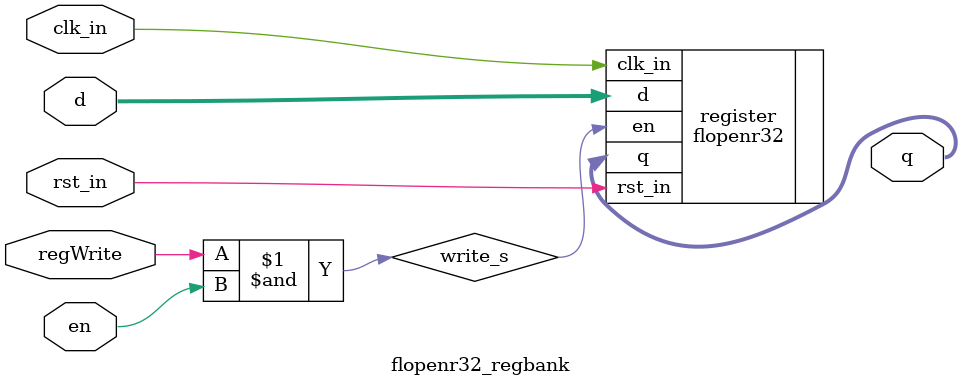
<source format=sv>
module flopenr32_regbank(
    input logic clk_in, en, rst_in, regWrite,
    input logic [31:0] d,
    output logic [31:0] q
	 );

    logic write_s;
    assign write_s = regWrite & en;

    flopenr32 register(.clk_in(clk_in), .en(write_s), .rst_in(rst_in), .d(d), .q(q));
endmodule

</source>
